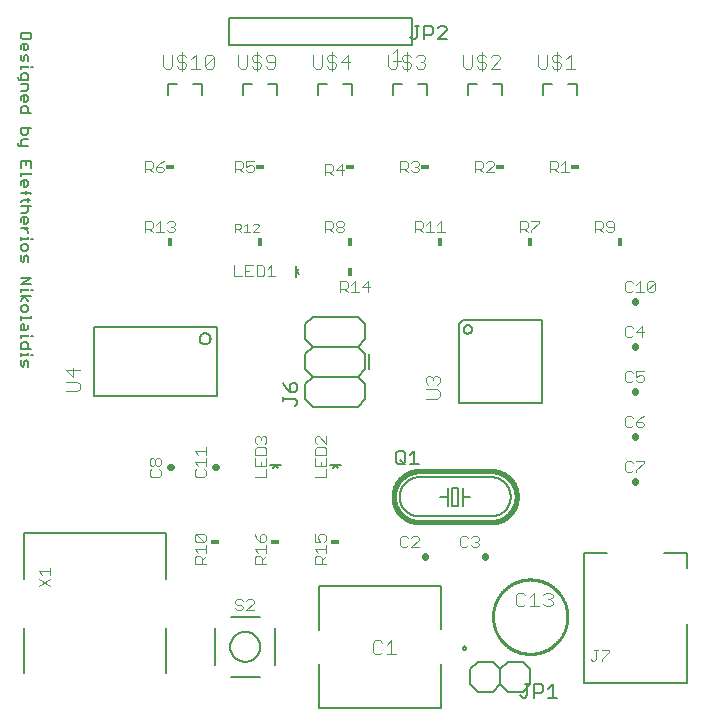
<source format=gto>
G75*
%MOIN*%
%OFA0B0*%
%FSLAX25Y25*%
%IPPOS*%
%LPD*%
%AMOC8*
5,1,8,0,0,1.08239X$1,22.5*
%
%ADD10C,0.00600*%
%ADD11C,0.02200*%
%ADD12C,0.00300*%
%ADD13C,0.01000*%
%ADD14C,0.00400*%
%ADD15C,0.00800*%
%ADD16C,0.00500*%
%ADD17R,0.03000X0.01800*%
%ADD18R,0.01800X0.03000*%
%ADD19C,0.01600*%
%ADD20C,0.00787*%
D10*
X0046028Y0113484D02*
X0046028Y0136516D01*
X0086972Y0136516D01*
X0086972Y0113484D01*
X0046028Y0113484D01*
X0025770Y0127322D02*
X0025203Y0127322D01*
X0024069Y0127322D02*
X0024069Y0127889D01*
X0024069Y0127322D02*
X0021800Y0127322D01*
X0021800Y0127889D02*
X0021800Y0126755D01*
X0021800Y0125433D02*
X0021800Y0123732D01*
X0022367Y0123165D01*
X0022934Y0123732D01*
X0022934Y0124866D01*
X0023501Y0125433D01*
X0024069Y0124866D01*
X0024069Y0123165D01*
X0024069Y0129303D02*
X0024069Y0131005D01*
X0023501Y0131572D01*
X0022367Y0131572D01*
X0021800Y0131005D01*
X0021800Y0129303D01*
X0025203Y0129303D01*
X0025203Y0133460D02*
X0025770Y0133460D01*
X0024069Y0133460D02*
X0021800Y0133460D01*
X0021800Y0134027D02*
X0021800Y0132893D01*
X0024069Y0133460D02*
X0024069Y0134027D01*
X0023501Y0135442D02*
X0021800Y0135442D01*
X0021800Y0137143D01*
X0022367Y0137711D01*
X0022934Y0137143D01*
X0022934Y0135442D01*
X0023501Y0135442D02*
X0024069Y0136009D01*
X0024069Y0137143D01*
X0025203Y0139599D02*
X0021800Y0139599D01*
X0021800Y0140166D02*
X0021800Y0139032D01*
X0022367Y0141581D02*
X0023501Y0141581D01*
X0024069Y0142148D01*
X0024069Y0143282D01*
X0023501Y0143849D01*
X0022367Y0143849D01*
X0021800Y0143282D01*
X0021800Y0142148D01*
X0022367Y0141581D01*
X0025203Y0140166D02*
X0025203Y0139599D01*
X0024069Y0145217D02*
X0022934Y0146918D01*
X0021800Y0145217D01*
X0021800Y0146918D02*
X0025203Y0146918D01*
X0025203Y0148807D02*
X0025770Y0148807D01*
X0024069Y0148807D02*
X0021800Y0148807D01*
X0021800Y0149374D02*
X0021800Y0148240D01*
X0024069Y0148807D02*
X0024069Y0149374D01*
X0025203Y0150788D02*
X0021800Y0150788D01*
X0025203Y0153057D01*
X0021800Y0153057D01*
X0022367Y0158155D02*
X0022934Y0158722D01*
X0022934Y0159856D01*
X0023501Y0160423D01*
X0024069Y0159856D01*
X0024069Y0158155D01*
X0022367Y0158155D02*
X0021800Y0158722D01*
X0021800Y0160423D01*
X0022367Y0161838D02*
X0023501Y0161838D01*
X0024069Y0162405D01*
X0024069Y0163539D01*
X0023501Y0164106D01*
X0022367Y0164106D01*
X0021800Y0163539D01*
X0021800Y0162405D01*
X0022367Y0161838D01*
X0021800Y0165428D02*
X0021800Y0166562D01*
X0021800Y0165995D02*
X0024069Y0165995D01*
X0024069Y0166562D01*
X0025203Y0165995D02*
X0025770Y0165995D01*
X0024069Y0167930D02*
X0024069Y0168497D01*
X0022934Y0169631D01*
X0021800Y0169631D02*
X0024069Y0169631D01*
X0023501Y0171046D02*
X0022934Y0171046D01*
X0022934Y0173314D01*
X0022367Y0173314D02*
X0023501Y0173314D01*
X0024069Y0172747D01*
X0024069Y0171613D01*
X0023501Y0171046D01*
X0021800Y0171613D02*
X0021800Y0172747D01*
X0022367Y0173314D01*
X0021800Y0174729D02*
X0023501Y0174729D01*
X0024069Y0175296D01*
X0024069Y0176430D01*
X0023501Y0176997D01*
X0024069Y0178319D02*
X0024069Y0179453D01*
X0024636Y0178886D02*
X0022367Y0178886D01*
X0021800Y0178319D01*
X0021800Y0176997D02*
X0025203Y0176997D01*
X0025203Y0180774D02*
X0024636Y0181341D01*
X0021800Y0181341D01*
X0023501Y0181908D02*
X0023501Y0180774D01*
X0023501Y0183323D02*
X0022934Y0183323D01*
X0022934Y0185591D01*
X0022367Y0185591D02*
X0023501Y0185591D01*
X0024069Y0185024D01*
X0024069Y0183890D01*
X0023501Y0183323D01*
X0021800Y0183890D02*
X0021800Y0185024D01*
X0022367Y0185591D01*
X0021800Y0186913D02*
X0021800Y0188047D01*
X0021800Y0187480D02*
X0025203Y0187480D01*
X0025203Y0188047D01*
X0025203Y0189461D02*
X0025203Y0191730D01*
X0021800Y0191730D01*
X0021800Y0189461D01*
X0023501Y0190596D02*
X0023501Y0191730D01*
X0024069Y0196828D02*
X0021233Y0196828D01*
X0020666Y0197395D01*
X0020666Y0197962D01*
X0021800Y0198529D02*
X0022367Y0199096D01*
X0024069Y0199096D01*
X0023501Y0200511D02*
X0024069Y0201078D01*
X0024069Y0202779D01*
X0025203Y0202779D02*
X0021800Y0202779D01*
X0021800Y0201078D01*
X0022367Y0200511D01*
X0023501Y0200511D01*
X0021800Y0198529D02*
X0021800Y0196828D01*
X0021800Y0207877D02*
X0021800Y0209579D01*
X0022367Y0210146D01*
X0023501Y0210146D01*
X0024069Y0209579D01*
X0024069Y0207877D01*
X0025203Y0207877D02*
X0021800Y0207877D01*
X0022934Y0211560D02*
X0022934Y0213829D01*
X0022367Y0213829D02*
X0023501Y0213829D01*
X0024069Y0213262D01*
X0024069Y0212127D01*
X0023501Y0211560D01*
X0022934Y0211560D01*
X0021800Y0212127D02*
X0021800Y0213262D01*
X0022367Y0213829D01*
X0021800Y0215243D02*
X0023501Y0215243D01*
X0024069Y0215811D01*
X0024069Y0217512D01*
X0021800Y0217512D01*
X0021800Y0218927D02*
X0021800Y0220628D01*
X0022367Y0221195D01*
X0023501Y0221195D01*
X0024069Y0220628D01*
X0024069Y0218927D01*
X0021233Y0218927D01*
X0020666Y0219494D01*
X0020666Y0220061D01*
X0021800Y0222516D02*
X0021800Y0223651D01*
X0021800Y0223083D02*
X0024069Y0223083D01*
X0024069Y0223651D01*
X0025203Y0223083D02*
X0025770Y0223083D01*
X0024069Y0225065D02*
X0024069Y0226767D01*
X0023501Y0227334D01*
X0022934Y0226767D01*
X0022934Y0225632D01*
X0022367Y0225065D01*
X0021800Y0225632D01*
X0021800Y0227334D01*
X0022934Y0228748D02*
X0022934Y0231017D01*
X0022367Y0231017D02*
X0023501Y0231017D01*
X0024069Y0230450D01*
X0024069Y0229315D01*
X0023501Y0228748D01*
X0022934Y0228748D01*
X0021800Y0229315D02*
X0021800Y0230450D01*
X0022367Y0231017D01*
X0022367Y0232431D02*
X0024636Y0232431D01*
X0025203Y0232999D01*
X0025203Y0234700D01*
X0021800Y0234700D01*
X0021800Y0232999D01*
X0022367Y0232431D01*
X0070900Y0217600D02*
X0070900Y0213819D01*
X0070900Y0217600D02*
X0073911Y0217600D01*
X0078991Y0217600D02*
X0082100Y0217600D01*
X0082100Y0213819D01*
X0095900Y0213819D02*
X0095900Y0217600D01*
X0098911Y0217600D01*
X0103991Y0217600D02*
X0107100Y0217600D01*
X0107100Y0213819D01*
X0120900Y0213819D02*
X0120900Y0217600D01*
X0123911Y0217600D01*
X0128991Y0217600D02*
X0132100Y0217600D01*
X0132100Y0213819D01*
X0145900Y0213819D02*
X0145900Y0217600D01*
X0148911Y0217600D01*
X0153991Y0217600D02*
X0157100Y0217600D01*
X0157100Y0213819D01*
X0170900Y0213819D02*
X0170900Y0217600D01*
X0173911Y0217600D01*
X0178991Y0217600D02*
X0182100Y0217600D01*
X0182100Y0213819D01*
X0195900Y0213819D02*
X0195900Y0217600D01*
X0198911Y0217600D01*
X0203991Y0217600D02*
X0207100Y0217600D01*
X0207100Y0213819D01*
X0195299Y0138799D02*
X0169098Y0138799D01*
X0167701Y0137402D01*
X0167701Y0111201D01*
X0195299Y0111201D01*
X0195299Y0138799D01*
X0169286Y0135800D02*
X0169288Y0135875D01*
X0169294Y0135949D01*
X0169304Y0136023D01*
X0169317Y0136096D01*
X0169335Y0136169D01*
X0169356Y0136240D01*
X0169381Y0136311D01*
X0169410Y0136380D01*
X0169443Y0136447D01*
X0169479Y0136512D01*
X0169518Y0136576D01*
X0169560Y0136637D01*
X0169606Y0136696D01*
X0169655Y0136753D01*
X0169707Y0136806D01*
X0169761Y0136857D01*
X0169818Y0136906D01*
X0169878Y0136950D01*
X0169940Y0136992D01*
X0170004Y0137031D01*
X0170070Y0137066D01*
X0170137Y0137097D01*
X0170207Y0137125D01*
X0170277Y0137149D01*
X0170349Y0137170D01*
X0170422Y0137186D01*
X0170495Y0137199D01*
X0170570Y0137208D01*
X0170644Y0137213D01*
X0170719Y0137214D01*
X0170793Y0137211D01*
X0170868Y0137204D01*
X0170941Y0137193D01*
X0171015Y0137179D01*
X0171087Y0137160D01*
X0171158Y0137138D01*
X0171228Y0137112D01*
X0171297Y0137082D01*
X0171363Y0137049D01*
X0171428Y0137012D01*
X0171491Y0136972D01*
X0171552Y0136928D01*
X0171610Y0136882D01*
X0171666Y0136832D01*
X0171719Y0136780D01*
X0171770Y0136725D01*
X0171817Y0136667D01*
X0171861Y0136607D01*
X0171902Y0136544D01*
X0171940Y0136480D01*
X0171974Y0136414D01*
X0172005Y0136345D01*
X0172032Y0136276D01*
X0172055Y0136205D01*
X0172074Y0136133D01*
X0172090Y0136060D01*
X0172102Y0135986D01*
X0172110Y0135912D01*
X0172114Y0135837D01*
X0172114Y0135763D01*
X0172110Y0135688D01*
X0172102Y0135614D01*
X0172090Y0135540D01*
X0172074Y0135467D01*
X0172055Y0135395D01*
X0172032Y0135324D01*
X0172005Y0135255D01*
X0171974Y0135186D01*
X0171940Y0135120D01*
X0171902Y0135056D01*
X0171861Y0134993D01*
X0171817Y0134933D01*
X0171770Y0134875D01*
X0171719Y0134820D01*
X0171666Y0134768D01*
X0171610Y0134718D01*
X0171552Y0134672D01*
X0171491Y0134628D01*
X0171428Y0134588D01*
X0171363Y0134551D01*
X0171297Y0134518D01*
X0171228Y0134488D01*
X0171158Y0134462D01*
X0171087Y0134440D01*
X0171015Y0134421D01*
X0170941Y0134407D01*
X0170868Y0134396D01*
X0170793Y0134389D01*
X0170719Y0134386D01*
X0170644Y0134387D01*
X0170570Y0134392D01*
X0170495Y0134401D01*
X0170422Y0134414D01*
X0170349Y0134430D01*
X0170277Y0134451D01*
X0170207Y0134475D01*
X0170137Y0134503D01*
X0170070Y0134534D01*
X0170004Y0134569D01*
X0169940Y0134608D01*
X0169878Y0134650D01*
X0169818Y0134694D01*
X0169761Y0134743D01*
X0169707Y0134794D01*
X0169655Y0134847D01*
X0169606Y0134904D01*
X0169560Y0134963D01*
X0169518Y0135024D01*
X0169479Y0135088D01*
X0169443Y0135153D01*
X0169410Y0135220D01*
X0169381Y0135289D01*
X0169356Y0135360D01*
X0169335Y0135431D01*
X0169317Y0135504D01*
X0169304Y0135577D01*
X0169294Y0135651D01*
X0169288Y0135725D01*
X0169286Y0135800D01*
X0178500Y0086500D02*
X0154500Y0086500D01*
X0154340Y0086498D01*
X0154181Y0086492D01*
X0154022Y0086482D01*
X0153863Y0086469D01*
X0153704Y0086451D01*
X0153546Y0086430D01*
X0153389Y0086404D01*
X0153232Y0086375D01*
X0153076Y0086342D01*
X0152921Y0086305D01*
X0152766Y0086265D01*
X0152613Y0086220D01*
X0152461Y0086172D01*
X0152310Y0086120D01*
X0152161Y0086064D01*
X0152013Y0086005D01*
X0151866Y0085942D01*
X0151721Y0085876D01*
X0151578Y0085806D01*
X0151436Y0085732D01*
X0151296Y0085656D01*
X0151158Y0085575D01*
X0151023Y0085492D01*
X0150889Y0085405D01*
X0150757Y0085314D01*
X0150628Y0085221D01*
X0150501Y0085124D01*
X0150376Y0085025D01*
X0150254Y0084922D01*
X0150135Y0084816D01*
X0150018Y0084708D01*
X0149904Y0084596D01*
X0149792Y0084482D01*
X0149684Y0084365D01*
X0149578Y0084246D01*
X0149475Y0084124D01*
X0149376Y0083999D01*
X0149279Y0083872D01*
X0149186Y0083743D01*
X0149095Y0083611D01*
X0149008Y0083477D01*
X0148925Y0083342D01*
X0148844Y0083204D01*
X0148768Y0083064D01*
X0148694Y0082922D01*
X0148624Y0082779D01*
X0148558Y0082634D01*
X0148495Y0082487D01*
X0148436Y0082339D01*
X0148380Y0082190D01*
X0148328Y0082039D01*
X0148280Y0081887D01*
X0148235Y0081734D01*
X0148195Y0081579D01*
X0148158Y0081424D01*
X0148125Y0081268D01*
X0148096Y0081111D01*
X0148070Y0080954D01*
X0148049Y0080796D01*
X0148031Y0080637D01*
X0148018Y0080478D01*
X0148008Y0080319D01*
X0148002Y0080160D01*
X0148000Y0080000D01*
X0148002Y0079840D01*
X0148008Y0079681D01*
X0148018Y0079522D01*
X0148031Y0079363D01*
X0148049Y0079204D01*
X0148070Y0079046D01*
X0148096Y0078889D01*
X0148125Y0078732D01*
X0148158Y0078576D01*
X0148195Y0078421D01*
X0148235Y0078266D01*
X0148280Y0078113D01*
X0148328Y0077961D01*
X0148380Y0077810D01*
X0148436Y0077661D01*
X0148495Y0077513D01*
X0148558Y0077366D01*
X0148624Y0077221D01*
X0148694Y0077078D01*
X0148768Y0076936D01*
X0148844Y0076796D01*
X0148925Y0076658D01*
X0149008Y0076523D01*
X0149095Y0076389D01*
X0149186Y0076257D01*
X0149279Y0076128D01*
X0149376Y0076001D01*
X0149475Y0075876D01*
X0149578Y0075754D01*
X0149684Y0075635D01*
X0149792Y0075518D01*
X0149904Y0075404D01*
X0150018Y0075292D01*
X0150135Y0075184D01*
X0150254Y0075078D01*
X0150376Y0074975D01*
X0150501Y0074876D01*
X0150628Y0074779D01*
X0150757Y0074686D01*
X0150889Y0074595D01*
X0151023Y0074508D01*
X0151158Y0074425D01*
X0151296Y0074344D01*
X0151436Y0074268D01*
X0151578Y0074194D01*
X0151721Y0074124D01*
X0151866Y0074058D01*
X0152013Y0073995D01*
X0152161Y0073936D01*
X0152310Y0073880D01*
X0152461Y0073828D01*
X0152613Y0073780D01*
X0152766Y0073735D01*
X0152921Y0073695D01*
X0153076Y0073658D01*
X0153232Y0073625D01*
X0153389Y0073596D01*
X0153546Y0073570D01*
X0153704Y0073549D01*
X0153863Y0073531D01*
X0154022Y0073518D01*
X0154181Y0073508D01*
X0154340Y0073502D01*
X0154500Y0073500D01*
X0178500Y0073500D01*
X0178660Y0073502D01*
X0178819Y0073508D01*
X0178978Y0073518D01*
X0179137Y0073531D01*
X0179296Y0073549D01*
X0179454Y0073570D01*
X0179611Y0073596D01*
X0179768Y0073625D01*
X0179924Y0073658D01*
X0180079Y0073695D01*
X0180234Y0073735D01*
X0180387Y0073780D01*
X0180539Y0073828D01*
X0180690Y0073880D01*
X0180839Y0073936D01*
X0180987Y0073995D01*
X0181134Y0074058D01*
X0181279Y0074124D01*
X0181422Y0074194D01*
X0181564Y0074268D01*
X0181704Y0074344D01*
X0181842Y0074425D01*
X0181977Y0074508D01*
X0182111Y0074595D01*
X0182243Y0074686D01*
X0182372Y0074779D01*
X0182499Y0074876D01*
X0182624Y0074975D01*
X0182746Y0075078D01*
X0182865Y0075184D01*
X0182982Y0075292D01*
X0183096Y0075404D01*
X0183208Y0075518D01*
X0183316Y0075635D01*
X0183422Y0075754D01*
X0183525Y0075876D01*
X0183624Y0076001D01*
X0183721Y0076128D01*
X0183814Y0076257D01*
X0183905Y0076389D01*
X0183992Y0076523D01*
X0184075Y0076658D01*
X0184156Y0076796D01*
X0184232Y0076936D01*
X0184306Y0077078D01*
X0184376Y0077221D01*
X0184442Y0077366D01*
X0184505Y0077513D01*
X0184564Y0077661D01*
X0184620Y0077810D01*
X0184672Y0077961D01*
X0184720Y0078113D01*
X0184765Y0078266D01*
X0184805Y0078421D01*
X0184842Y0078576D01*
X0184875Y0078732D01*
X0184904Y0078889D01*
X0184930Y0079046D01*
X0184951Y0079204D01*
X0184969Y0079363D01*
X0184982Y0079522D01*
X0184992Y0079681D01*
X0184998Y0079840D01*
X0185000Y0080000D01*
X0184998Y0080160D01*
X0184992Y0080319D01*
X0184982Y0080478D01*
X0184969Y0080637D01*
X0184951Y0080796D01*
X0184930Y0080954D01*
X0184904Y0081111D01*
X0184875Y0081268D01*
X0184842Y0081424D01*
X0184805Y0081579D01*
X0184765Y0081734D01*
X0184720Y0081887D01*
X0184672Y0082039D01*
X0184620Y0082190D01*
X0184564Y0082339D01*
X0184505Y0082487D01*
X0184442Y0082634D01*
X0184376Y0082779D01*
X0184306Y0082922D01*
X0184232Y0083064D01*
X0184156Y0083204D01*
X0184075Y0083342D01*
X0183992Y0083477D01*
X0183905Y0083611D01*
X0183814Y0083743D01*
X0183721Y0083872D01*
X0183624Y0083999D01*
X0183525Y0084124D01*
X0183422Y0084246D01*
X0183316Y0084365D01*
X0183208Y0084482D01*
X0183096Y0084596D01*
X0182982Y0084708D01*
X0182865Y0084816D01*
X0182746Y0084922D01*
X0182624Y0085025D01*
X0182499Y0085124D01*
X0182372Y0085221D01*
X0182243Y0085314D01*
X0182111Y0085405D01*
X0181977Y0085492D01*
X0181842Y0085575D01*
X0181704Y0085656D01*
X0181564Y0085732D01*
X0181422Y0085806D01*
X0181279Y0085876D01*
X0181134Y0085942D01*
X0180987Y0086005D01*
X0180839Y0086064D01*
X0180690Y0086120D01*
X0180539Y0086172D01*
X0180387Y0086220D01*
X0180234Y0086265D01*
X0180079Y0086305D01*
X0179924Y0086342D01*
X0179768Y0086375D01*
X0179611Y0086404D01*
X0179454Y0086430D01*
X0179296Y0086451D01*
X0179137Y0086469D01*
X0178978Y0086482D01*
X0178819Y0086492D01*
X0178660Y0086498D01*
X0178500Y0086500D01*
X0171500Y0080000D02*
X0169000Y0080000D01*
X0169000Y0077000D01*
X0167500Y0077000D02*
X0165500Y0077000D01*
X0165500Y0083000D01*
X0167500Y0083000D01*
X0167500Y0077000D01*
X0169000Y0080000D02*
X0169000Y0083000D01*
X0164000Y0083000D02*
X0164000Y0080000D01*
X0161500Y0080000D01*
X0164000Y0080000D02*
X0164000Y0077000D01*
X0174000Y0025000D02*
X0179000Y0025000D01*
X0181500Y0022500D01*
X0184000Y0025000D01*
X0189000Y0025000D01*
X0191500Y0022500D01*
X0191500Y0017500D01*
X0189000Y0015000D01*
X0184000Y0015000D01*
X0181500Y0017500D01*
X0179000Y0015000D01*
X0174000Y0015000D01*
X0171500Y0017500D01*
X0171500Y0022500D01*
X0174000Y0025000D01*
X0181500Y0022500D02*
X0181500Y0017500D01*
X0081325Y0132677D02*
X0081327Y0132762D01*
X0081333Y0132846D01*
X0081343Y0132931D01*
X0081357Y0133014D01*
X0081374Y0133097D01*
X0081396Y0133179D01*
X0081422Y0133260D01*
X0081451Y0133340D01*
X0081484Y0133418D01*
X0081520Y0133494D01*
X0081560Y0133569D01*
X0081604Y0133642D01*
X0081651Y0133713D01*
X0081701Y0133781D01*
X0081754Y0133847D01*
X0081811Y0133910D01*
X0081870Y0133971D01*
X0081932Y0134029D01*
X0081997Y0134084D01*
X0082064Y0134136D01*
X0082133Y0134184D01*
X0082205Y0134229D01*
X0082279Y0134271D01*
X0082355Y0134309D01*
X0082432Y0134344D01*
X0082511Y0134375D01*
X0082591Y0134403D01*
X0082673Y0134426D01*
X0082755Y0134446D01*
X0082838Y0134462D01*
X0082922Y0134474D01*
X0083007Y0134482D01*
X0083092Y0134486D01*
X0083176Y0134486D01*
X0083261Y0134482D01*
X0083346Y0134474D01*
X0083430Y0134462D01*
X0083513Y0134446D01*
X0083595Y0134426D01*
X0083677Y0134403D01*
X0083757Y0134375D01*
X0083836Y0134344D01*
X0083913Y0134309D01*
X0083989Y0134271D01*
X0084063Y0134229D01*
X0084135Y0134184D01*
X0084204Y0134136D01*
X0084271Y0134084D01*
X0084336Y0134029D01*
X0084398Y0133971D01*
X0084457Y0133910D01*
X0084514Y0133847D01*
X0084567Y0133781D01*
X0084617Y0133713D01*
X0084664Y0133642D01*
X0084708Y0133569D01*
X0084748Y0133494D01*
X0084784Y0133418D01*
X0084817Y0133340D01*
X0084846Y0133260D01*
X0084872Y0133179D01*
X0084894Y0133097D01*
X0084911Y0133014D01*
X0084925Y0132931D01*
X0084935Y0132846D01*
X0084941Y0132762D01*
X0084943Y0132677D01*
X0084941Y0132592D01*
X0084935Y0132508D01*
X0084925Y0132423D01*
X0084911Y0132340D01*
X0084894Y0132257D01*
X0084872Y0132175D01*
X0084846Y0132094D01*
X0084817Y0132014D01*
X0084784Y0131936D01*
X0084748Y0131860D01*
X0084708Y0131785D01*
X0084664Y0131712D01*
X0084617Y0131641D01*
X0084567Y0131573D01*
X0084514Y0131507D01*
X0084457Y0131444D01*
X0084398Y0131383D01*
X0084336Y0131325D01*
X0084271Y0131270D01*
X0084204Y0131218D01*
X0084135Y0131170D01*
X0084063Y0131125D01*
X0083989Y0131083D01*
X0083913Y0131045D01*
X0083836Y0131010D01*
X0083757Y0130979D01*
X0083677Y0130951D01*
X0083595Y0130928D01*
X0083513Y0130908D01*
X0083430Y0130892D01*
X0083346Y0130880D01*
X0083261Y0130872D01*
X0083176Y0130868D01*
X0083092Y0130868D01*
X0083007Y0130872D01*
X0082922Y0130880D01*
X0082838Y0130892D01*
X0082755Y0130908D01*
X0082673Y0130928D01*
X0082591Y0130951D01*
X0082511Y0130979D01*
X0082432Y0131010D01*
X0082355Y0131045D01*
X0082279Y0131083D01*
X0082205Y0131125D01*
X0082133Y0131170D01*
X0082064Y0131218D01*
X0081997Y0131270D01*
X0081932Y0131325D01*
X0081870Y0131383D01*
X0081811Y0131444D01*
X0081754Y0131507D01*
X0081701Y0131573D01*
X0081651Y0131641D01*
X0081604Y0131712D01*
X0081560Y0131785D01*
X0081520Y0131860D01*
X0081484Y0131936D01*
X0081451Y0132014D01*
X0081422Y0132094D01*
X0081396Y0132175D01*
X0081374Y0132257D01*
X0081357Y0132340D01*
X0081343Y0132423D01*
X0081333Y0132508D01*
X0081327Y0132592D01*
X0081325Y0132677D01*
D11*
X0086380Y0090000D02*
X0086620Y0090000D01*
X0071620Y0090000D02*
X0071380Y0090000D01*
X0156500Y0060120D02*
X0156500Y0059880D01*
X0176500Y0059880D02*
X0176500Y0060120D01*
X0226500Y0084880D02*
X0226500Y0085120D01*
X0226500Y0099880D02*
X0226500Y0100120D01*
X0226500Y0114880D02*
X0226500Y0115120D01*
X0226500Y0129880D02*
X0226500Y0130120D01*
X0226500Y0144880D02*
X0226500Y0145120D01*
D12*
X0226833Y0148150D02*
X0229302Y0148150D01*
X0228068Y0148150D02*
X0228068Y0151853D01*
X0226833Y0150619D01*
X0225619Y0151236D02*
X0225002Y0151853D01*
X0223767Y0151853D01*
X0223150Y0151236D01*
X0223150Y0148767D01*
X0223767Y0148150D01*
X0225002Y0148150D01*
X0225619Y0148767D01*
X0230516Y0148767D02*
X0232985Y0151236D01*
X0232985Y0148767D01*
X0232368Y0148150D01*
X0231133Y0148150D01*
X0230516Y0148767D01*
X0230516Y0151236D01*
X0231133Y0151853D01*
X0232368Y0151853D01*
X0232985Y0151236D01*
X0228685Y0136853D02*
X0226833Y0135002D01*
X0229302Y0135002D01*
X0228685Y0136853D02*
X0228685Y0133150D01*
X0225619Y0133767D02*
X0225002Y0133150D01*
X0223767Y0133150D01*
X0223150Y0133767D01*
X0223150Y0136236D01*
X0223767Y0136853D01*
X0225002Y0136853D01*
X0225619Y0136236D01*
X0225002Y0121853D02*
X0223767Y0121853D01*
X0223150Y0121236D01*
X0223150Y0118767D01*
X0223767Y0118150D01*
X0225002Y0118150D01*
X0225619Y0118767D01*
X0226833Y0118767D02*
X0227450Y0118150D01*
X0228685Y0118150D01*
X0229302Y0118767D01*
X0229302Y0120002D01*
X0228685Y0120619D01*
X0228068Y0120619D01*
X0226833Y0120002D01*
X0226833Y0121853D01*
X0229302Y0121853D01*
X0225619Y0121236D02*
X0225002Y0121853D01*
X0225002Y0106853D02*
X0223767Y0106853D01*
X0223150Y0106236D01*
X0223150Y0103767D01*
X0223767Y0103150D01*
X0225002Y0103150D01*
X0225619Y0103767D01*
X0226833Y0103767D02*
X0227450Y0103150D01*
X0228685Y0103150D01*
X0229302Y0103767D01*
X0229302Y0104384D01*
X0228685Y0105002D01*
X0226833Y0105002D01*
X0226833Y0103767D01*
X0226833Y0105002D02*
X0228068Y0106236D01*
X0229302Y0106853D01*
X0225619Y0106236D02*
X0225002Y0106853D01*
X0225002Y0091853D02*
X0223767Y0091853D01*
X0223150Y0091236D01*
X0223150Y0088767D01*
X0223767Y0088150D01*
X0225002Y0088150D01*
X0225619Y0088767D01*
X0226833Y0088767D02*
X0226833Y0088150D01*
X0226833Y0088767D02*
X0229302Y0091236D01*
X0229302Y0091853D01*
X0226833Y0091853D01*
X0225619Y0091236D02*
X0225002Y0091853D01*
X0174302Y0066236D02*
X0174302Y0065619D01*
X0173685Y0065002D01*
X0174302Y0064384D01*
X0174302Y0063767D01*
X0173685Y0063150D01*
X0172450Y0063150D01*
X0171833Y0063767D01*
X0170619Y0063767D02*
X0170002Y0063150D01*
X0168767Y0063150D01*
X0168150Y0063767D01*
X0168150Y0066236D01*
X0168767Y0066853D01*
X0170002Y0066853D01*
X0170619Y0066236D01*
X0171833Y0066236D02*
X0172450Y0066853D01*
X0173685Y0066853D01*
X0174302Y0066236D01*
X0173685Y0065002D02*
X0173068Y0065002D01*
X0154302Y0065619D02*
X0154302Y0066236D01*
X0153685Y0066853D01*
X0152450Y0066853D01*
X0151833Y0066236D01*
X0150619Y0066236D02*
X0150002Y0066853D01*
X0148767Y0066853D01*
X0148150Y0066236D01*
X0148150Y0063767D01*
X0148767Y0063150D01*
X0150002Y0063150D01*
X0150619Y0063767D01*
X0151833Y0063150D02*
X0154302Y0065619D01*
X0154302Y0063150D02*
X0151833Y0063150D01*
X0123350Y0063752D02*
X0123350Y0061284D01*
X0123350Y0060069D02*
X0122116Y0058835D01*
X0122116Y0059452D02*
X0122116Y0057601D01*
X0123350Y0057601D02*
X0119647Y0057601D01*
X0119647Y0059452D01*
X0120264Y0060069D01*
X0121498Y0060069D01*
X0122116Y0059452D01*
X0120881Y0061284D02*
X0119647Y0062518D01*
X0123350Y0062518D01*
X0122733Y0064967D02*
X0123350Y0065584D01*
X0123350Y0066818D01*
X0122733Y0067436D01*
X0121498Y0067436D01*
X0120881Y0066818D01*
X0120881Y0066201D01*
X0121498Y0064967D01*
X0119647Y0064967D01*
X0119647Y0067436D01*
X0103350Y0066818D02*
X0103350Y0065584D01*
X0102733Y0064967D01*
X0101498Y0064967D01*
X0101498Y0066818D01*
X0102116Y0067436D01*
X0102733Y0067436D01*
X0103350Y0066818D01*
X0101498Y0064967D02*
X0100264Y0066201D01*
X0099647Y0067436D01*
X0103350Y0063752D02*
X0103350Y0061284D01*
X0103350Y0060069D02*
X0102116Y0058835D01*
X0102116Y0059452D02*
X0102116Y0057601D01*
X0103350Y0057601D02*
X0099647Y0057601D01*
X0099647Y0059452D01*
X0100264Y0060069D01*
X0101498Y0060069D01*
X0102116Y0059452D01*
X0100881Y0061284D02*
X0099647Y0062518D01*
X0103350Y0062518D01*
X0098685Y0045853D02*
X0097450Y0045853D01*
X0096833Y0045236D01*
X0095619Y0045236D02*
X0095002Y0045853D01*
X0093767Y0045853D01*
X0093150Y0045236D01*
X0093150Y0044619D01*
X0093767Y0044002D01*
X0095002Y0044002D01*
X0095619Y0043384D01*
X0095619Y0042767D01*
X0095002Y0042150D01*
X0093767Y0042150D01*
X0093150Y0042767D01*
X0096833Y0042150D02*
X0099302Y0044619D01*
X0099302Y0045236D01*
X0098685Y0045853D01*
X0099302Y0042150D02*
X0096833Y0042150D01*
X0083350Y0057601D02*
X0079647Y0057601D01*
X0079647Y0059452D01*
X0080264Y0060069D01*
X0081498Y0060069D01*
X0082116Y0059452D01*
X0082116Y0057601D01*
X0082116Y0058835D02*
X0083350Y0060069D01*
X0083350Y0061284D02*
X0083350Y0063752D01*
X0083350Y0062518D02*
X0079647Y0062518D01*
X0080881Y0061284D01*
X0080264Y0064967D02*
X0079647Y0065584D01*
X0079647Y0066818D01*
X0080264Y0067436D01*
X0082733Y0064967D01*
X0083350Y0065584D01*
X0083350Y0066818D01*
X0082733Y0067436D01*
X0080264Y0067436D01*
X0080264Y0064967D02*
X0082733Y0064967D01*
X0082733Y0086650D02*
X0080264Y0086650D01*
X0079647Y0087267D01*
X0079647Y0088502D01*
X0080264Y0089119D01*
X0080881Y0090333D02*
X0079647Y0091568D01*
X0083350Y0091568D01*
X0083350Y0092802D02*
X0083350Y0090333D01*
X0082733Y0089119D02*
X0083350Y0088502D01*
X0083350Y0087267D01*
X0082733Y0086650D01*
X0083350Y0094016D02*
X0083350Y0096485D01*
X0083350Y0095251D02*
X0079647Y0095251D01*
X0080881Y0094016D01*
X0068350Y0092185D02*
X0068350Y0090950D01*
X0067733Y0090333D01*
X0067116Y0090333D01*
X0066498Y0090950D01*
X0066498Y0092185D01*
X0067116Y0092802D01*
X0067733Y0092802D01*
X0068350Y0092185D01*
X0066498Y0092185D02*
X0065881Y0092802D01*
X0065264Y0092802D01*
X0064647Y0092185D01*
X0064647Y0090950D01*
X0065264Y0090333D01*
X0065881Y0090333D01*
X0066498Y0090950D01*
X0065264Y0089119D02*
X0064647Y0088502D01*
X0064647Y0087267D01*
X0065264Y0086650D01*
X0067733Y0086650D01*
X0068350Y0087267D01*
X0068350Y0088502D01*
X0067733Y0089119D01*
X0099897Y0090333D02*
X0103600Y0090333D01*
X0103600Y0092802D01*
X0103600Y0094016D02*
X0103600Y0095868D01*
X0102983Y0096485D01*
X0100514Y0096485D01*
X0099897Y0095868D01*
X0099897Y0094016D01*
X0103600Y0094016D01*
X0101748Y0091568D02*
X0101748Y0090333D01*
X0099897Y0090333D02*
X0099897Y0092802D01*
X0100514Y0097699D02*
X0099897Y0098317D01*
X0099897Y0099551D01*
X0100514Y0100168D01*
X0101131Y0100168D01*
X0101748Y0099551D01*
X0102366Y0100168D01*
X0102983Y0100168D01*
X0103600Y0099551D01*
X0103600Y0098317D01*
X0102983Y0097699D01*
X0101748Y0098934D02*
X0101748Y0099551D01*
X0103600Y0089119D02*
X0103600Y0086650D01*
X0099897Y0086650D01*
X0119897Y0086650D02*
X0123600Y0086650D01*
X0123600Y0089119D01*
X0123600Y0090333D02*
X0123600Y0092802D01*
X0123600Y0094016D02*
X0123600Y0095868D01*
X0122983Y0096485D01*
X0120514Y0096485D01*
X0119897Y0095868D01*
X0119897Y0094016D01*
X0123600Y0094016D01*
X0121748Y0091568D02*
X0121748Y0090333D01*
X0119897Y0090333D02*
X0119897Y0092802D01*
X0119897Y0090333D02*
X0123600Y0090333D01*
X0123600Y0097699D02*
X0121131Y0100168D01*
X0120514Y0100168D01*
X0119897Y0099551D01*
X0119897Y0098317D01*
X0120514Y0097699D01*
X0123600Y0097699D02*
X0123600Y0100168D01*
X0128150Y0148150D02*
X0128150Y0151853D01*
X0130002Y0151853D01*
X0130619Y0151236D01*
X0130619Y0150002D01*
X0130002Y0149384D01*
X0128150Y0149384D01*
X0129384Y0149384D02*
X0130619Y0148150D01*
X0131833Y0148150D02*
X0134302Y0148150D01*
X0133068Y0148150D02*
X0133068Y0151853D01*
X0131833Y0150619D01*
X0135516Y0150002D02*
X0137985Y0150002D01*
X0137368Y0151853D02*
X0137368Y0148150D01*
X0135516Y0150002D02*
X0137368Y0151853D01*
X0128685Y0168150D02*
X0127450Y0168150D01*
X0126833Y0168767D01*
X0126833Y0169384D01*
X0127450Y0170002D01*
X0128685Y0170002D01*
X0129302Y0169384D01*
X0129302Y0168767D01*
X0128685Y0168150D01*
X0128685Y0170002D02*
X0129302Y0170619D01*
X0129302Y0171236D01*
X0128685Y0171853D01*
X0127450Y0171853D01*
X0126833Y0171236D01*
X0126833Y0170619D01*
X0127450Y0170002D01*
X0125619Y0170002D02*
X0125619Y0171236D01*
X0125002Y0171853D01*
X0123150Y0171853D01*
X0123150Y0168150D01*
X0123150Y0169384D02*
X0125002Y0169384D01*
X0125619Y0170002D01*
X0124384Y0169384D02*
X0125619Y0168150D01*
X0125619Y0187150D02*
X0124384Y0188384D01*
X0125002Y0188384D02*
X0123150Y0188384D01*
X0123150Y0187150D02*
X0123150Y0190853D01*
X0125002Y0190853D01*
X0125619Y0190236D01*
X0125619Y0189002D01*
X0125002Y0188384D01*
X0126833Y0189002D02*
X0129302Y0189002D01*
X0128685Y0190853D02*
X0126833Y0189002D01*
X0128685Y0190853D02*
X0128685Y0187150D01*
X0148150Y0188150D02*
X0148150Y0191853D01*
X0150002Y0191853D01*
X0150619Y0191236D01*
X0150619Y0190002D01*
X0150002Y0189384D01*
X0148150Y0189384D01*
X0149384Y0189384D02*
X0150619Y0188150D01*
X0151833Y0188767D02*
X0152450Y0188150D01*
X0153685Y0188150D01*
X0154302Y0188767D01*
X0154302Y0189384D01*
X0153685Y0190002D01*
X0153068Y0190002D01*
X0153685Y0190002D02*
X0154302Y0190619D01*
X0154302Y0191236D01*
X0153685Y0191853D01*
X0152450Y0191853D01*
X0151833Y0191236D01*
X0153150Y0171853D02*
X0155002Y0171853D01*
X0155619Y0171236D01*
X0155619Y0170002D01*
X0155002Y0169384D01*
X0153150Y0169384D01*
X0153150Y0168150D02*
X0153150Y0171853D01*
X0154384Y0169384D02*
X0155619Y0168150D01*
X0156833Y0168150D02*
X0159302Y0168150D01*
X0160516Y0168150D02*
X0162985Y0168150D01*
X0161751Y0168150D02*
X0161751Y0171853D01*
X0160516Y0170619D01*
X0158068Y0171853D02*
X0158068Y0168150D01*
X0156833Y0170619D02*
X0158068Y0171853D01*
X0173150Y0188150D02*
X0173150Y0191853D01*
X0175002Y0191853D01*
X0175619Y0191236D01*
X0175619Y0190002D01*
X0175002Y0189384D01*
X0173150Y0189384D01*
X0174384Y0189384D02*
X0175619Y0188150D01*
X0176833Y0188150D02*
X0179302Y0190619D01*
X0179302Y0191236D01*
X0178685Y0191853D01*
X0177450Y0191853D01*
X0176833Y0191236D01*
X0176833Y0188150D02*
X0179302Y0188150D01*
X0188150Y0171853D02*
X0190002Y0171853D01*
X0190619Y0171236D01*
X0190619Y0170002D01*
X0190002Y0169384D01*
X0188150Y0169384D01*
X0188150Y0168150D02*
X0188150Y0171853D01*
X0189384Y0169384D02*
X0190619Y0168150D01*
X0191833Y0168150D02*
X0191833Y0168767D01*
X0194302Y0171236D01*
X0194302Y0171853D01*
X0191833Y0171853D01*
X0198150Y0188150D02*
X0198150Y0191853D01*
X0200002Y0191853D01*
X0200619Y0191236D01*
X0200619Y0190002D01*
X0200002Y0189384D01*
X0198150Y0189384D01*
X0199384Y0189384D02*
X0200619Y0188150D01*
X0201833Y0188150D02*
X0204302Y0188150D01*
X0203068Y0188150D02*
X0203068Y0191853D01*
X0201833Y0190619D01*
X0213150Y0171853D02*
X0215002Y0171853D01*
X0215619Y0171236D01*
X0215619Y0170002D01*
X0215002Y0169384D01*
X0213150Y0169384D01*
X0213150Y0168150D02*
X0213150Y0171853D01*
X0214384Y0169384D02*
X0215619Y0168150D01*
X0216833Y0168767D02*
X0217450Y0168150D01*
X0218685Y0168150D01*
X0219302Y0168767D01*
X0219302Y0171236D01*
X0218685Y0171853D01*
X0217450Y0171853D01*
X0216833Y0171236D01*
X0216833Y0170619D01*
X0217450Y0170002D01*
X0219302Y0170002D01*
X0148324Y0225315D02*
X0145634Y0225315D01*
X0146979Y0225315D02*
X0146979Y0229350D01*
X0145634Y0228005D01*
X0099302Y0191853D02*
X0096833Y0191853D01*
X0096833Y0190002D01*
X0098068Y0190619D01*
X0098685Y0190619D01*
X0099302Y0190002D01*
X0099302Y0188767D01*
X0098685Y0188150D01*
X0097450Y0188150D01*
X0096833Y0188767D01*
X0095619Y0188150D02*
X0094384Y0189384D01*
X0095002Y0189384D02*
X0093150Y0189384D01*
X0093150Y0188150D02*
X0093150Y0191853D01*
X0095002Y0191853D01*
X0095619Y0191236D01*
X0095619Y0190002D01*
X0095002Y0189384D01*
X0094601Y0171052D02*
X0093150Y0171052D01*
X0093150Y0168150D01*
X0093150Y0169117D02*
X0094601Y0169117D01*
X0095085Y0169601D01*
X0095085Y0170569D01*
X0094601Y0171052D01*
X0096097Y0170085D02*
X0097064Y0171052D01*
X0097064Y0168150D01*
X0096097Y0168150D02*
X0098031Y0168150D01*
X0099043Y0168150D02*
X0100978Y0170085D01*
X0100978Y0170569D01*
X0100494Y0171052D01*
X0099527Y0171052D01*
X0099043Y0170569D01*
X0099043Y0168150D02*
X0100978Y0168150D01*
X0095085Y0168150D02*
X0094117Y0169117D01*
X0092917Y0157103D02*
X0092917Y0153400D01*
X0095386Y0153400D01*
X0096601Y0153400D02*
X0096601Y0157103D01*
X0099069Y0157103D01*
X0100284Y0157103D02*
X0100284Y0153400D01*
X0102135Y0153400D01*
X0102752Y0154017D01*
X0102752Y0156486D01*
X0102135Y0157103D01*
X0100284Y0157103D01*
X0097835Y0155252D02*
X0096601Y0155252D01*
X0096601Y0153400D02*
X0099069Y0153400D01*
X0103967Y0153400D02*
X0106436Y0153400D01*
X0105201Y0153400D02*
X0105201Y0157103D01*
X0103967Y0155869D01*
X0072985Y0168767D02*
X0072368Y0168150D01*
X0071133Y0168150D01*
X0070516Y0168767D01*
X0069302Y0168150D02*
X0066833Y0168150D01*
X0065619Y0168150D02*
X0064384Y0169384D01*
X0065002Y0169384D02*
X0063150Y0169384D01*
X0063150Y0168150D02*
X0063150Y0171853D01*
X0065002Y0171853D01*
X0065619Y0171236D01*
X0065619Y0170002D01*
X0065002Y0169384D01*
X0066833Y0170619D02*
X0068068Y0171853D01*
X0068068Y0168150D01*
X0070516Y0171236D02*
X0071133Y0171853D01*
X0072368Y0171853D01*
X0072985Y0171236D01*
X0072985Y0170619D01*
X0072368Y0170002D01*
X0072985Y0169384D01*
X0072985Y0168767D01*
X0072368Y0170002D02*
X0071751Y0170002D01*
X0068685Y0188150D02*
X0069302Y0188767D01*
X0069302Y0189384D01*
X0068685Y0190002D01*
X0066833Y0190002D01*
X0066833Y0188767D01*
X0067450Y0188150D01*
X0068685Y0188150D01*
X0066833Y0190002D02*
X0068068Y0191236D01*
X0069302Y0191853D01*
X0065619Y0191236D02*
X0065619Y0190002D01*
X0065002Y0189384D01*
X0063150Y0189384D01*
X0063150Y0188150D02*
X0063150Y0191853D01*
X0065002Y0191853D01*
X0065619Y0191236D01*
X0064384Y0189384D02*
X0065619Y0188150D01*
X0031350Y0056302D02*
X0031350Y0053833D01*
X0031350Y0052619D02*
X0027647Y0050150D01*
X0027647Y0052619D02*
X0031350Y0050150D01*
X0028881Y0053833D02*
X0027647Y0055068D01*
X0031350Y0055068D01*
X0211650Y0025767D02*
X0212267Y0025150D01*
X0212884Y0025150D01*
X0213502Y0025767D01*
X0213502Y0028853D01*
X0214119Y0028853D02*
X0212884Y0028853D01*
X0215333Y0028853D02*
X0217802Y0028853D01*
X0217802Y0028236D01*
X0215333Y0025767D01*
X0215333Y0025150D01*
D13*
X0179098Y0040000D02*
X0179102Y0040304D01*
X0179113Y0040609D01*
X0179132Y0040912D01*
X0179158Y0041216D01*
X0179191Y0041518D01*
X0179232Y0041820D01*
X0179281Y0042120D01*
X0179336Y0042420D01*
X0179399Y0042717D01*
X0179470Y0043013D01*
X0179547Y0043308D01*
X0179632Y0043600D01*
X0179724Y0043890D01*
X0179823Y0044178D01*
X0179929Y0044463D01*
X0180042Y0044746D01*
X0180162Y0045026D01*
X0180289Y0045303D01*
X0180422Y0045576D01*
X0180562Y0045846D01*
X0180709Y0046113D01*
X0180862Y0046376D01*
X0181022Y0046635D01*
X0181188Y0046890D01*
X0181360Y0047141D01*
X0181539Y0047388D01*
X0181723Y0047630D01*
X0181913Y0047868D01*
X0182109Y0048101D01*
X0182311Y0048329D01*
X0182518Y0048552D01*
X0182730Y0048770D01*
X0182948Y0048982D01*
X0183171Y0049189D01*
X0183399Y0049391D01*
X0183632Y0049587D01*
X0183870Y0049777D01*
X0184112Y0049961D01*
X0184359Y0050140D01*
X0184610Y0050312D01*
X0184865Y0050478D01*
X0185124Y0050638D01*
X0185387Y0050791D01*
X0185654Y0050938D01*
X0185924Y0051078D01*
X0186197Y0051211D01*
X0186474Y0051338D01*
X0186754Y0051458D01*
X0187037Y0051571D01*
X0187322Y0051677D01*
X0187610Y0051776D01*
X0187900Y0051868D01*
X0188192Y0051953D01*
X0188487Y0052030D01*
X0188783Y0052101D01*
X0189080Y0052164D01*
X0189380Y0052219D01*
X0189680Y0052268D01*
X0189982Y0052309D01*
X0190284Y0052342D01*
X0190588Y0052368D01*
X0190891Y0052387D01*
X0191196Y0052398D01*
X0191500Y0052402D01*
X0191804Y0052398D01*
X0192109Y0052387D01*
X0192412Y0052368D01*
X0192716Y0052342D01*
X0193018Y0052309D01*
X0193320Y0052268D01*
X0193620Y0052219D01*
X0193920Y0052164D01*
X0194217Y0052101D01*
X0194513Y0052030D01*
X0194808Y0051953D01*
X0195100Y0051868D01*
X0195390Y0051776D01*
X0195678Y0051677D01*
X0195963Y0051571D01*
X0196246Y0051458D01*
X0196526Y0051338D01*
X0196803Y0051211D01*
X0197076Y0051078D01*
X0197346Y0050938D01*
X0197613Y0050791D01*
X0197876Y0050638D01*
X0198135Y0050478D01*
X0198390Y0050312D01*
X0198641Y0050140D01*
X0198888Y0049961D01*
X0199130Y0049777D01*
X0199368Y0049587D01*
X0199601Y0049391D01*
X0199829Y0049189D01*
X0200052Y0048982D01*
X0200270Y0048770D01*
X0200482Y0048552D01*
X0200689Y0048329D01*
X0200891Y0048101D01*
X0201087Y0047868D01*
X0201277Y0047630D01*
X0201461Y0047388D01*
X0201640Y0047141D01*
X0201812Y0046890D01*
X0201978Y0046635D01*
X0202138Y0046376D01*
X0202291Y0046113D01*
X0202438Y0045846D01*
X0202578Y0045576D01*
X0202711Y0045303D01*
X0202838Y0045026D01*
X0202958Y0044746D01*
X0203071Y0044463D01*
X0203177Y0044178D01*
X0203276Y0043890D01*
X0203368Y0043600D01*
X0203453Y0043308D01*
X0203530Y0043013D01*
X0203601Y0042717D01*
X0203664Y0042420D01*
X0203719Y0042120D01*
X0203768Y0041820D01*
X0203809Y0041518D01*
X0203842Y0041216D01*
X0203868Y0040912D01*
X0203887Y0040609D01*
X0203898Y0040304D01*
X0203902Y0040000D01*
X0203898Y0039696D01*
X0203887Y0039391D01*
X0203868Y0039088D01*
X0203842Y0038784D01*
X0203809Y0038482D01*
X0203768Y0038180D01*
X0203719Y0037880D01*
X0203664Y0037580D01*
X0203601Y0037283D01*
X0203530Y0036987D01*
X0203453Y0036692D01*
X0203368Y0036400D01*
X0203276Y0036110D01*
X0203177Y0035822D01*
X0203071Y0035537D01*
X0202958Y0035254D01*
X0202838Y0034974D01*
X0202711Y0034697D01*
X0202578Y0034424D01*
X0202438Y0034154D01*
X0202291Y0033887D01*
X0202138Y0033624D01*
X0201978Y0033365D01*
X0201812Y0033110D01*
X0201640Y0032859D01*
X0201461Y0032612D01*
X0201277Y0032370D01*
X0201087Y0032132D01*
X0200891Y0031899D01*
X0200689Y0031671D01*
X0200482Y0031448D01*
X0200270Y0031230D01*
X0200052Y0031018D01*
X0199829Y0030811D01*
X0199601Y0030609D01*
X0199368Y0030413D01*
X0199130Y0030223D01*
X0198888Y0030039D01*
X0198641Y0029860D01*
X0198390Y0029688D01*
X0198135Y0029522D01*
X0197876Y0029362D01*
X0197613Y0029209D01*
X0197346Y0029062D01*
X0197076Y0028922D01*
X0196803Y0028789D01*
X0196526Y0028662D01*
X0196246Y0028542D01*
X0195963Y0028429D01*
X0195678Y0028323D01*
X0195390Y0028224D01*
X0195100Y0028132D01*
X0194808Y0028047D01*
X0194513Y0027970D01*
X0194217Y0027899D01*
X0193920Y0027836D01*
X0193620Y0027781D01*
X0193320Y0027732D01*
X0193018Y0027691D01*
X0192716Y0027658D01*
X0192412Y0027632D01*
X0192109Y0027613D01*
X0191804Y0027602D01*
X0191500Y0027598D01*
X0191196Y0027602D01*
X0190891Y0027613D01*
X0190588Y0027632D01*
X0190284Y0027658D01*
X0189982Y0027691D01*
X0189680Y0027732D01*
X0189380Y0027781D01*
X0189080Y0027836D01*
X0188783Y0027899D01*
X0188487Y0027970D01*
X0188192Y0028047D01*
X0187900Y0028132D01*
X0187610Y0028224D01*
X0187322Y0028323D01*
X0187037Y0028429D01*
X0186754Y0028542D01*
X0186474Y0028662D01*
X0186197Y0028789D01*
X0185924Y0028922D01*
X0185654Y0029062D01*
X0185387Y0029209D01*
X0185124Y0029362D01*
X0184865Y0029522D01*
X0184610Y0029688D01*
X0184359Y0029860D01*
X0184112Y0030039D01*
X0183870Y0030223D01*
X0183632Y0030413D01*
X0183399Y0030609D01*
X0183171Y0030811D01*
X0182948Y0031018D01*
X0182730Y0031230D01*
X0182518Y0031448D01*
X0182311Y0031671D01*
X0182109Y0031899D01*
X0181913Y0032132D01*
X0181723Y0032370D01*
X0181539Y0032612D01*
X0181360Y0032859D01*
X0181188Y0033110D01*
X0181022Y0033365D01*
X0180862Y0033624D01*
X0180709Y0033887D01*
X0180562Y0034154D01*
X0180422Y0034424D01*
X0180289Y0034697D01*
X0180162Y0034974D01*
X0180042Y0035254D01*
X0179929Y0035537D01*
X0179823Y0035822D01*
X0179724Y0036110D01*
X0179632Y0036400D01*
X0179547Y0036692D01*
X0179470Y0036987D01*
X0179399Y0037283D01*
X0179336Y0037580D01*
X0179281Y0037880D01*
X0179232Y0038180D01*
X0179191Y0038482D01*
X0179158Y0038784D01*
X0179132Y0039088D01*
X0179113Y0039391D01*
X0179102Y0039696D01*
X0179098Y0040000D01*
D14*
X0186707Y0044223D02*
X0186707Y0047293D01*
X0187475Y0048060D01*
X0189009Y0048060D01*
X0189777Y0047293D01*
X0191311Y0046525D02*
X0192846Y0048060D01*
X0192846Y0043456D01*
X0191311Y0043456D02*
X0194381Y0043456D01*
X0195915Y0044223D02*
X0196683Y0043456D01*
X0198217Y0043456D01*
X0198985Y0044223D01*
X0198985Y0044991D01*
X0198217Y0045758D01*
X0197450Y0045758D01*
X0198217Y0045758D02*
X0198985Y0046525D01*
X0198985Y0047293D01*
X0198217Y0048060D01*
X0196683Y0048060D01*
X0195915Y0047293D01*
X0189777Y0044223D02*
X0189009Y0043456D01*
X0187475Y0043456D01*
X0186707Y0044223D01*
X0145255Y0032105D02*
X0145255Y0027502D01*
X0143721Y0027502D02*
X0146790Y0027502D01*
X0142186Y0028269D02*
X0141419Y0027502D01*
X0139884Y0027502D01*
X0139117Y0028269D01*
X0139117Y0031338D01*
X0139884Y0032105D01*
X0141419Y0032105D01*
X0142186Y0031338D01*
X0143721Y0030571D02*
X0145255Y0032105D01*
X0156696Y0112700D02*
X0160533Y0112700D01*
X0161300Y0113467D01*
X0161300Y0115002D01*
X0160533Y0115769D01*
X0156696Y0115769D01*
X0157463Y0117304D02*
X0156696Y0118071D01*
X0156696Y0119606D01*
X0157463Y0120373D01*
X0158231Y0120373D01*
X0158998Y0119606D01*
X0159765Y0120373D01*
X0160533Y0120373D01*
X0161300Y0119606D01*
X0161300Y0118071D01*
X0160533Y0117304D01*
X0158998Y0118839D02*
X0158998Y0119606D01*
X0150339Y0221933D02*
X0150339Y0228071D01*
X0151106Y0227304D02*
X0151873Y0226537D01*
X0151106Y0227304D02*
X0149571Y0227304D01*
X0148804Y0226537D01*
X0148804Y0225769D01*
X0149571Y0225002D01*
X0151106Y0225002D01*
X0151873Y0224235D01*
X0151873Y0223467D01*
X0151106Y0222700D01*
X0149571Y0222700D01*
X0148804Y0223467D01*
X0147269Y0223467D02*
X0147269Y0227304D01*
X0144200Y0227304D02*
X0144200Y0223467D01*
X0144967Y0222700D01*
X0146502Y0222700D01*
X0147269Y0223467D01*
X0153408Y0223467D02*
X0154175Y0222700D01*
X0155710Y0222700D01*
X0156477Y0223467D01*
X0156477Y0224235D01*
X0155710Y0225002D01*
X0154942Y0225002D01*
X0155710Y0225002D02*
X0156477Y0225769D01*
X0156477Y0226537D01*
X0155710Y0227304D01*
X0154175Y0227304D01*
X0153408Y0226537D01*
X0169200Y0227304D02*
X0169200Y0223467D01*
X0169967Y0222700D01*
X0171502Y0222700D01*
X0172269Y0223467D01*
X0172269Y0227304D01*
X0173804Y0226537D02*
X0174571Y0227304D01*
X0176106Y0227304D01*
X0176873Y0226537D01*
X0178408Y0226537D02*
X0179175Y0227304D01*
X0180710Y0227304D01*
X0181477Y0226537D01*
X0181477Y0225769D01*
X0178408Y0222700D01*
X0181477Y0222700D01*
X0176873Y0223467D02*
X0176873Y0224235D01*
X0176106Y0225002D01*
X0174571Y0225002D01*
X0173804Y0225769D01*
X0173804Y0226537D01*
X0175339Y0228071D02*
X0175339Y0221933D01*
X0176106Y0222700D02*
X0176873Y0223467D01*
X0176106Y0222700D02*
X0174571Y0222700D01*
X0173804Y0223467D01*
X0194200Y0223467D02*
X0194967Y0222700D01*
X0196502Y0222700D01*
X0197269Y0223467D01*
X0197269Y0227304D01*
X0198804Y0226537D02*
X0199571Y0227304D01*
X0201106Y0227304D01*
X0201873Y0226537D01*
X0201106Y0225002D02*
X0199571Y0225002D01*
X0198804Y0225769D01*
X0198804Y0226537D01*
X0200339Y0228071D02*
X0200339Y0221933D01*
X0201106Y0222700D02*
X0199571Y0222700D01*
X0198804Y0223467D01*
X0201106Y0222700D02*
X0201873Y0223467D01*
X0201873Y0224235D01*
X0201106Y0225002D01*
X0203408Y0225769D02*
X0204942Y0227304D01*
X0204942Y0222700D01*
X0203408Y0222700D02*
X0206477Y0222700D01*
X0194200Y0223467D02*
X0194200Y0227304D01*
X0131477Y0225002D02*
X0128408Y0225002D01*
X0130710Y0227304D01*
X0130710Y0222700D01*
X0126873Y0223467D02*
X0126873Y0224235D01*
X0126106Y0225002D01*
X0124571Y0225002D01*
X0123804Y0225769D01*
X0123804Y0226537D01*
X0124571Y0227304D01*
X0126106Y0227304D01*
X0126873Y0226537D01*
X0125339Y0228071D02*
X0125339Y0221933D01*
X0126106Y0222700D02*
X0124571Y0222700D01*
X0123804Y0223467D01*
X0122269Y0223467D02*
X0122269Y0227304D01*
X0119200Y0227304D02*
X0119200Y0223467D01*
X0119967Y0222700D01*
X0121502Y0222700D01*
X0122269Y0223467D01*
X0126106Y0222700D02*
X0126873Y0223467D01*
X0106477Y0223467D02*
X0106477Y0226537D01*
X0105710Y0227304D01*
X0104175Y0227304D01*
X0103408Y0226537D01*
X0103408Y0225769D01*
X0104175Y0225002D01*
X0106477Y0225002D01*
X0106477Y0223467D02*
X0105710Y0222700D01*
X0104175Y0222700D01*
X0103408Y0223467D01*
X0101873Y0223467D02*
X0101873Y0224235D01*
X0101106Y0225002D01*
X0099571Y0225002D01*
X0098804Y0225769D01*
X0098804Y0226537D01*
X0099571Y0227304D01*
X0101106Y0227304D01*
X0101873Y0226537D01*
X0100339Y0228071D02*
X0100339Y0221933D01*
X0101106Y0222700D02*
X0101873Y0223467D01*
X0101106Y0222700D02*
X0099571Y0222700D01*
X0098804Y0223467D01*
X0097269Y0223467D02*
X0097269Y0227304D01*
X0094200Y0227304D02*
X0094200Y0223467D01*
X0094967Y0222700D01*
X0096502Y0222700D01*
X0097269Y0223467D01*
X0086081Y0223467D02*
X0085314Y0222700D01*
X0083779Y0222700D01*
X0083012Y0223467D01*
X0086081Y0226537D01*
X0086081Y0223467D01*
X0086081Y0226537D02*
X0085314Y0227304D01*
X0083779Y0227304D01*
X0083012Y0226537D01*
X0083012Y0223467D01*
X0081477Y0222700D02*
X0078408Y0222700D01*
X0079942Y0222700D02*
X0079942Y0227304D01*
X0078408Y0225769D01*
X0076873Y0226537D02*
X0076106Y0227304D01*
X0074571Y0227304D01*
X0073804Y0226537D01*
X0073804Y0225769D01*
X0074571Y0225002D01*
X0076106Y0225002D01*
X0076873Y0224235D01*
X0076873Y0223467D01*
X0076106Y0222700D01*
X0074571Y0222700D01*
X0073804Y0223467D01*
X0072269Y0223467D02*
X0072269Y0227304D01*
X0069200Y0227304D02*
X0069200Y0223467D01*
X0069967Y0222700D01*
X0071502Y0222700D01*
X0072269Y0223467D01*
X0075339Y0221933D02*
X0075339Y0228071D01*
X0038998Y0122873D02*
X0038998Y0119804D01*
X0036696Y0122106D01*
X0041300Y0122106D01*
X0040533Y0118269D02*
X0036696Y0118269D01*
X0036696Y0115200D02*
X0040533Y0115200D01*
X0041300Y0115967D01*
X0041300Y0117502D01*
X0040533Y0118269D01*
D15*
X0022878Y0036102D02*
X0022878Y0021142D01*
X0022878Y0052638D02*
X0022878Y0067992D01*
X0070122Y0067992D01*
X0070122Y0052638D01*
X0070122Y0036102D02*
X0070122Y0021142D01*
X0086500Y0023937D02*
X0086500Y0036063D01*
X0091618Y0040000D02*
X0101500Y0040000D01*
X0106500Y0036063D02*
X0106500Y0023937D01*
X0101382Y0020000D02*
X0091618Y0020000D01*
X0091500Y0030000D02*
X0091502Y0030141D01*
X0091508Y0030282D01*
X0091518Y0030422D01*
X0091532Y0030562D01*
X0091550Y0030702D01*
X0091571Y0030841D01*
X0091597Y0030980D01*
X0091626Y0031118D01*
X0091660Y0031254D01*
X0091697Y0031390D01*
X0091738Y0031525D01*
X0091783Y0031659D01*
X0091832Y0031791D01*
X0091884Y0031922D01*
X0091940Y0032051D01*
X0092000Y0032178D01*
X0092063Y0032304D01*
X0092129Y0032428D01*
X0092200Y0032551D01*
X0092273Y0032671D01*
X0092350Y0032789D01*
X0092430Y0032905D01*
X0092514Y0033018D01*
X0092600Y0033129D01*
X0092690Y0033238D01*
X0092783Y0033344D01*
X0092878Y0033447D01*
X0092977Y0033548D01*
X0093078Y0033646D01*
X0093182Y0033741D01*
X0093289Y0033833D01*
X0093398Y0033922D01*
X0093510Y0034007D01*
X0093624Y0034090D01*
X0093740Y0034170D01*
X0093859Y0034246D01*
X0093980Y0034318D01*
X0094102Y0034388D01*
X0094227Y0034453D01*
X0094353Y0034516D01*
X0094481Y0034574D01*
X0094611Y0034629D01*
X0094742Y0034681D01*
X0094875Y0034728D01*
X0095009Y0034772D01*
X0095144Y0034813D01*
X0095280Y0034849D01*
X0095417Y0034881D01*
X0095555Y0034910D01*
X0095693Y0034935D01*
X0095833Y0034955D01*
X0095973Y0034972D01*
X0096113Y0034985D01*
X0096254Y0034994D01*
X0096394Y0034999D01*
X0096535Y0035000D01*
X0096676Y0034997D01*
X0096817Y0034990D01*
X0096957Y0034979D01*
X0097097Y0034964D01*
X0097237Y0034945D01*
X0097376Y0034923D01*
X0097514Y0034896D01*
X0097652Y0034866D01*
X0097788Y0034831D01*
X0097924Y0034793D01*
X0098058Y0034751D01*
X0098192Y0034705D01*
X0098324Y0034656D01*
X0098454Y0034602D01*
X0098583Y0034545D01*
X0098710Y0034485D01*
X0098836Y0034421D01*
X0098959Y0034353D01*
X0099081Y0034282D01*
X0099201Y0034208D01*
X0099318Y0034130D01*
X0099433Y0034049D01*
X0099546Y0033965D01*
X0099657Y0033878D01*
X0099765Y0033787D01*
X0099870Y0033694D01*
X0099973Y0033597D01*
X0100073Y0033498D01*
X0100170Y0033396D01*
X0100264Y0033291D01*
X0100355Y0033184D01*
X0100443Y0033074D01*
X0100528Y0032962D01*
X0100610Y0032847D01*
X0100689Y0032730D01*
X0100764Y0032611D01*
X0100836Y0032490D01*
X0100904Y0032367D01*
X0100969Y0032242D01*
X0101031Y0032115D01*
X0101088Y0031986D01*
X0101143Y0031856D01*
X0101193Y0031725D01*
X0101240Y0031592D01*
X0101283Y0031458D01*
X0101322Y0031322D01*
X0101357Y0031186D01*
X0101389Y0031049D01*
X0101416Y0030911D01*
X0101440Y0030772D01*
X0101460Y0030632D01*
X0101476Y0030492D01*
X0101488Y0030352D01*
X0101496Y0030211D01*
X0101500Y0030070D01*
X0101500Y0029930D01*
X0101496Y0029789D01*
X0101488Y0029648D01*
X0101476Y0029508D01*
X0101460Y0029368D01*
X0101440Y0029228D01*
X0101416Y0029089D01*
X0101389Y0028951D01*
X0101357Y0028814D01*
X0101322Y0028678D01*
X0101283Y0028542D01*
X0101240Y0028408D01*
X0101193Y0028275D01*
X0101143Y0028144D01*
X0101088Y0028014D01*
X0101031Y0027885D01*
X0100969Y0027758D01*
X0100904Y0027633D01*
X0100836Y0027510D01*
X0100764Y0027389D01*
X0100689Y0027270D01*
X0100610Y0027153D01*
X0100528Y0027038D01*
X0100443Y0026926D01*
X0100355Y0026816D01*
X0100264Y0026709D01*
X0100170Y0026604D01*
X0100073Y0026502D01*
X0099973Y0026403D01*
X0099870Y0026306D01*
X0099765Y0026213D01*
X0099657Y0026122D01*
X0099546Y0026035D01*
X0099433Y0025951D01*
X0099318Y0025870D01*
X0099201Y0025792D01*
X0099081Y0025718D01*
X0098959Y0025647D01*
X0098836Y0025579D01*
X0098710Y0025515D01*
X0098583Y0025455D01*
X0098454Y0025398D01*
X0098324Y0025344D01*
X0098192Y0025295D01*
X0098058Y0025249D01*
X0097924Y0025207D01*
X0097788Y0025169D01*
X0097652Y0025134D01*
X0097514Y0025104D01*
X0097376Y0025077D01*
X0097237Y0025055D01*
X0097097Y0025036D01*
X0096957Y0025021D01*
X0096817Y0025010D01*
X0096676Y0025003D01*
X0096535Y0025000D01*
X0096394Y0025001D01*
X0096254Y0025006D01*
X0096113Y0025015D01*
X0095973Y0025028D01*
X0095833Y0025045D01*
X0095693Y0025065D01*
X0095555Y0025090D01*
X0095417Y0025119D01*
X0095280Y0025151D01*
X0095144Y0025187D01*
X0095009Y0025228D01*
X0094875Y0025272D01*
X0094742Y0025319D01*
X0094611Y0025371D01*
X0094481Y0025426D01*
X0094353Y0025484D01*
X0094227Y0025547D01*
X0094102Y0025612D01*
X0093980Y0025682D01*
X0093859Y0025754D01*
X0093740Y0025830D01*
X0093624Y0025910D01*
X0093510Y0025993D01*
X0093398Y0026078D01*
X0093289Y0026167D01*
X0093182Y0026259D01*
X0093078Y0026354D01*
X0092977Y0026452D01*
X0092878Y0026553D01*
X0092783Y0026656D01*
X0092690Y0026762D01*
X0092600Y0026871D01*
X0092514Y0026982D01*
X0092430Y0027095D01*
X0092350Y0027211D01*
X0092273Y0027329D01*
X0092200Y0027449D01*
X0092129Y0027572D01*
X0092063Y0027696D01*
X0092000Y0027822D01*
X0091940Y0027949D01*
X0091884Y0028078D01*
X0091832Y0028209D01*
X0091783Y0028341D01*
X0091738Y0028475D01*
X0091697Y0028610D01*
X0091660Y0028746D01*
X0091626Y0028882D01*
X0091597Y0029020D01*
X0091571Y0029159D01*
X0091550Y0029298D01*
X0091532Y0029438D01*
X0091518Y0029578D01*
X0091508Y0029718D01*
X0091502Y0029859D01*
X0091500Y0030000D01*
X0105640Y0089449D02*
X0106400Y0090609D01*
X0106500Y0090669D02*
X0107420Y0089449D01*
X0108311Y0090669D02*
X0106500Y0090669D01*
X0104689Y0090669D01*
X0124689Y0090669D02*
X0126500Y0090669D01*
X0127420Y0089449D01*
X0128311Y0090669D02*
X0126500Y0090669D01*
X0126400Y0090609D02*
X0125640Y0089449D01*
X0119000Y0110000D02*
X0116500Y0112500D01*
X0116500Y0117500D01*
X0119000Y0120000D01*
X0134000Y0120000D01*
X0136500Y0122500D01*
X0136500Y0127500D01*
X0134000Y0130000D01*
X0119000Y0130000D01*
X0116500Y0132500D01*
X0116500Y0137500D01*
X0119000Y0140000D01*
X0134000Y0140000D01*
X0136500Y0137500D01*
X0136500Y0132500D01*
X0134000Y0130000D01*
X0137819Y0127500D02*
X0137819Y0122500D01*
X0134000Y0120000D02*
X0136500Y0117500D01*
X0136500Y0112500D01*
X0134000Y0110000D01*
X0119000Y0110000D01*
X0119000Y0120000D02*
X0116500Y0122500D01*
X0116500Y0127500D01*
X0119000Y0130000D01*
X0113331Y0153189D02*
X0113331Y0155000D01*
X0114551Y0155920D01*
X0113331Y0156811D02*
X0113331Y0155000D01*
X0113391Y0154900D02*
X0114551Y0154140D01*
X0090992Y0230453D02*
X0090992Y0239547D01*
X0152008Y0239547D01*
X0152008Y0230453D01*
X0090992Y0230453D01*
X0209383Y0061137D02*
X0217051Y0061137D01*
X0209383Y0061137D02*
X0209383Y0017811D01*
X0243617Y0017811D01*
X0243617Y0037677D01*
X0243617Y0056181D02*
X0243617Y0061137D01*
X0235949Y0061137D01*
D16*
X0198947Y0017554D02*
X0197446Y0016053D01*
X0195845Y0016803D02*
X0195845Y0015302D01*
X0195094Y0014551D01*
X0192842Y0014551D01*
X0192842Y0013050D02*
X0192842Y0017554D01*
X0195094Y0017554D01*
X0195845Y0016803D01*
X0198947Y0017554D02*
X0198947Y0013050D01*
X0197446Y0013050D02*
X0200449Y0013050D01*
X0190490Y0013801D02*
X0190490Y0017554D01*
X0189739Y0017554D02*
X0191241Y0017554D01*
X0190490Y0013801D02*
X0189739Y0013050D01*
X0188989Y0013050D01*
X0188238Y0013801D01*
X0154356Y0090750D02*
X0151354Y0090750D01*
X0152855Y0090750D02*
X0152855Y0095254D01*
X0151354Y0093753D01*
X0149753Y0094503D02*
X0149753Y0091501D01*
X0149002Y0090750D01*
X0147501Y0090750D01*
X0146750Y0091501D01*
X0146750Y0094503D01*
X0147501Y0095254D01*
X0149002Y0095254D01*
X0149753Y0094503D01*
X0148251Y0092251D02*
X0149753Y0090750D01*
X0113750Y0111001D02*
X0113750Y0111751D01*
X0112999Y0112502D01*
X0109246Y0112502D01*
X0109246Y0111751D02*
X0109246Y0113253D01*
X0111498Y0114854D02*
X0111498Y0117106D01*
X0112249Y0117856D01*
X0112999Y0117856D01*
X0113750Y0117106D01*
X0113750Y0115605D01*
X0112999Y0114854D01*
X0111498Y0114854D01*
X0109997Y0116355D01*
X0109246Y0117856D01*
X0113750Y0111001D02*
X0112999Y0110250D01*
X0152201Y0232450D02*
X0152951Y0232450D01*
X0153702Y0233201D01*
X0153702Y0236954D01*
X0152951Y0236954D02*
X0154453Y0236954D01*
X0156054Y0236954D02*
X0158306Y0236954D01*
X0159056Y0236203D01*
X0159056Y0234702D01*
X0158306Y0233951D01*
X0156054Y0233951D01*
X0156054Y0232450D02*
X0156054Y0236954D01*
X0160658Y0236203D02*
X0161408Y0236954D01*
X0162910Y0236954D01*
X0163660Y0236203D01*
X0163660Y0235453D01*
X0160658Y0232450D01*
X0163660Y0232450D01*
X0152201Y0232450D02*
X0151450Y0233201D01*
D17*
X0156500Y0190000D03*
X0131500Y0190000D03*
X0101500Y0190000D03*
X0071500Y0190000D03*
X0181500Y0190000D03*
X0206500Y0190000D03*
X0126500Y0065000D03*
X0106500Y0065000D03*
X0086500Y0065000D03*
D18*
X0131500Y0155000D03*
X0131500Y0165000D03*
X0161500Y0165000D03*
X0191500Y0165000D03*
X0221500Y0165000D03*
X0101500Y0165000D03*
X0071500Y0165000D03*
D19*
X0154500Y0088500D02*
X0178500Y0088500D01*
X0178707Y0088497D01*
X0178914Y0088490D01*
X0179120Y0088477D01*
X0179327Y0088460D01*
X0179532Y0088437D01*
X0179738Y0088409D01*
X0179942Y0088377D01*
X0180146Y0088339D01*
X0180348Y0088297D01*
X0180550Y0088249D01*
X0180750Y0088197D01*
X0180949Y0088140D01*
X0181146Y0088078D01*
X0181342Y0088011D01*
X0181536Y0087939D01*
X0181729Y0087863D01*
X0181919Y0087782D01*
X0182108Y0087696D01*
X0182294Y0087606D01*
X0182478Y0087512D01*
X0182660Y0087412D01*
X0182839Y0087309D01*
X0183016Y0087201D01*
X0183190Y0087089D01*
X0183361Y0086973D01*
X0183530Y0086852D01*
X0183695Y0086728D01*
X0183857Y0086599D01*
X0184016Y0086467D01*
X0184172Y0086331D01*
X0184325Y0086191D01*
X0184474Y0086047D01*
X0184619Y0085900D01*
X0184761Y0085749D01*
X0184899Y0085595D01*
X0185034Y0085437D01*
X0185164Y0085277D01*
X0185290Y0085113D01*
X0185413Y0084946D01*
X0185531Y0084776D01*
X0185646Y0084603D01*
X0185756Y0084428D01*
X0185861Y0084250D01*
X0185963Y0084069D01*
X0186059Y0083887D01*
X0186152Y0083701D01*
X0186240Y0083514D01*
X0186323Y0083324D01*
X0186402Y0083133D01*
X0186476Y0082940D01*
X0186545Y0082744D01*
X0186609Y0082548D01*
X0186669Y0082350D01*
X0186724Y0082150D01*
X0186774Y0081949D01*
X0186819Y0081747D01*
X0186859Y0081544D01*
X0186894Y0081340D01*
X0186924Y0081135D01*
X0186949Y0080930D01*
X0186969Y0080724D01*
X0186984Y0080517D01*
X0186994Y0080310D01*
X0186999Y0080103D01*
X0186999Y0079897D01*
X0186994Y0079690D01*
X0186984Y0079483D01*
X0186969Y0079276D01*
X0186949Y0079070D01*
X0186924Y0078865D01*
X0186894Y0078660D01*
X0186859Y0078456D01*
X0186819Y0078253D01*
X0186774Y0078051D01*
X0186724Y0077850D01*
X0186669Y0077650D01*
X0186609Y0077452D01*
X0186545Y0077256D01*
X0186476Y0077060D01*
X0186402Y0076867D01*
X0186323Y0076676D01*
X0186240Y0076486D01*
X0186152Y0076299D01*
X0186059Y0076113D01*
X0185963Y0075931D01*
X0185861Y0075750D01*
X0185756Y0075572D01*
X0185646Y0075397D01*
X0185531Y0075224D01*
X0185413Y0075054D01*
X0185290Y0074887D01*
X0185164Y0074723D01*
X0185034Y0074563D01*
X0184899Y0074405D01*
X0184761Y0074251D01*
X0184619Y0074100D01*
X0184474Y0073953D01*
X0184325Y0073809D01*
X0184172Y0073669D01*
X0184016Y0073533D01*
X0183857Y0073401D01*
X0183695Y0073272D01*
X0183530Y0073148D01*
X0183361Y0073027D01*
X0183190Y0072911D01*
X0183016Y0072799D01*
X0182839Y0072691D01*
X0182660Y0072588D01*
X0182478Y0072488D01*
X0182294Y0072394D01*
X0182108Y0072304D01*
X0181919Y0072218D01*
X0181729Y0072137D01*
X0181536Y0072061D01*
X0181342Y0071989D01*
X0181146Y0071922D01*
X0180949Y0071860D01*
X0180750Y0071803D01*
X0180550Y0071751D01*
X0180348Y0071703D01*
X0180146Y0071661D01*
X0179942Y0071623D01*
X0179738Y0071591D01*
X0179532Y0071563D01*
X0179327Y0071540D01*
X0179120Y0071523D01*
X0178914Y0071510D01*
X0178707Y0071503D01*
X0178500Y0071500D01*
X0154500Y0071500D01*
X0154293Y0071503D01*
X0154086Y0071510D01*
X0153880Y0071523D01*
X0153673Y0071540D01*
X0153468Y0071563D01*
X0153262Y0071591D01*
X0153058Y0071623D01*
X0152854Y0071661D01*
X0152652Y0071703D01*
X0152450Y0071751D01*
X0152250Y0071803D01*
X0152051Y0071860D01*
X0151854Y0071922D01*
X0151658Y0071989D01*
X0151464Y0072061D01*
X0151271Y0072137D01*
X0151081Y0072218D01*
X0150892Y0072304D01*
X0150706Y0072394D01*
X0150522Y0072488D01*
X0150340Y0072588D01*
X0150161Y0072691D01*
X0149984Y0072799D01*
X0149810Y0072911D01*
X0149639Y0073027D01*
X0149470Y0073148D01*
X0149305Y0073272D01*
X0149143Y0073401D01*
X0148984Y0073533D01*
X0148828Y0073669D01*
X0148675Y0073809D01*
X0148526Y0073953D01*
X0148381Y0074100D01*
X0148239Y0074251D01*
X0148101Y0074405D01*
X0147966Y0074563D01*
X0147836Y0074723D01*
X0147710Y0074887D01*
X0147587Y0075054D01*
X0147469Y0075224D01*
X0147354Y0075397D01*
X0147244Y0075572D01*
X0147139Y0075750D01*
X0147037Y0075931D01*
X0146941Y0076113D01*
X0146848Y0076299D01*
X0146760Y0076486D01*
X0146677Y0076676D01*
X0146598Y0076867D01*
X0146524Y0077060D01*
X0146455Y0077256D01*
X0146391Y0077452D01*
X0146331Y0077650D01*
X0146276Y0077850D01*
X0146226Y0078051D01*
X0146181Y0078253D01*
X0146141Y0078456D01*
X0146106Y0078660D01*
X0146076Y0078865D01*
X0146051Y0079070D01*
X0146031Y0079276D01*
X0146016Y0079483D01*
X0146006Y0079690D01*
X0146001Y0079897D01*
X0146001Y0080103D01*
X0146006Y0080310D01*
X0146016Y0080517D01*
X0146031Y0080724D01*
X0146051Y0080930D01*
X0146076Y0081135D01*
X0146106Y0081340D01*
X0146141Y0081544D01*
X0146181Y0081747D01*
X0146226Y0081949D01*
X0146276Y0082150D01*
X0146331Y0082350D01*
X0146391Y0082548D01*
X0146455Y0082744D01*
X0146524Y0082940D01*
X0146598Y0083133D01*
X0146677Y0083324D01*
X0146760Y0083514D01*
X0146848Y0083701D01*
X0146941Y0083887D01*
X0147037Y0084069D01*
X0147139Y0084250D01*
X0147244Y0084428D01*
X0147354Y0084603D01*
X0147469Y0084776D01*
X0147587Y0084946D01*
X0147710Y0085113D01*
X0147836Y0085277D01*
X0147966Y0085437D01*
X0148101Y0085595D01*
X0148239Y0085749D01*
X0148381Y0085900D01*
X0148526Y0086047D01*
X0148675Y0086191D01*
X0148828Y0086331D01*
X0148984Y0086467D01*
X0149143Y0086599D01*
X0149305Y0086728D01*
X0149470Y0086852D01*
X0149639Y0086973D01*
X0149810Y0087089D01*
X0149984Y0087201D01*
X0150161Y0087309D01*
X0150340Y0087412D01*
X0150522Y0087512D01*
X0150706Y0087606D01*
X0150892Y0087696D01*
X0151081Y0087782D01*
X0151271Y0087863D01*
X0151464Y0087939D01*
X0151658Y0088011D01*
X0151854Y0088078D01*
X0152051Y0088140D01*
X0152250Y0088197D01*
X0152450Y0088249D01*
X0152652Y0088297D01*
X0152854Y0088339D01*
X0153058Y0088377D01*
X0153262Y0088409D01*
X0153468Y0088437D01*
X0153673Y0088460D01*
X0153880Y0088477D01*
X0154086Y0088490D01*
X0154293Y0088497D01*
X0154500Y0088500D01*
D20*
X0161776Y0050276D02*
X0121224Y0050276D01*
X0121224Y0035728D01*
X0121224Y0024374D02*
X0121224Y0009724D01*
X0161776Y0009724D01*
X0161776Y0024374D01*
X0169040Y0029587D02*
X0169042Y0029634D01*
X0169048Y0029681D01*
X0169058Y0029727D01*
X0169071Y0029772D01*
X0169089Y0029816D01*
X0169110Y0029858D01*
X0169134Y0029898D01*
X0169162Y0029936D01*
X0169192Y0029972D01*
X0169226Y0030005D01*
X0169262Y0030035D01*
X0169301Y0030062D01*
X0169342Y0030085D01*
X0169384Y0030105D01*
X0169428Y0030121D01*
X0169474Y0030134D01*
X0169520Y0030143D01*
X0169567Y0030148D01*
X0169614Y0030149D01*
X0169661Y0030146D01*
X0169707Y0030139D01*
X0169753Y0030128D01*
X0169798Y0030114D01*
X0169841Y0030096D01*
X0169883Y0030074D01*
X0169923Y0030048D01*
X0169960Y0030020D01*
X0169995Y0029989D01*
X0170027Y0029954D01*
X0170057Y0029917D01*
X0170083Y0029878D01*
X0170105Y0029837D01*
X0170125Y0029794D01*
X0170140Y0029749D01*
X0170152Y0029704D01*
X0170160Y0029657D01*
X0170164Y0029611D01*
X0170164Y0029563D01*
X0170160Y0029517D01*
X0170152Y0029470D01*
X0170140Y0029425D01*
X0170125Y0029380D01*
X0170105Y0029337D01*
X0170083Y0029296D01*
X0170057Y0029257D01*
X0170027Y0029220D01*
X0169995Y0029185D01*
X0169960Y0029154D01*
X0169923Y0029126D01*
X0169883Y0029100D01*
X0169841Y0029078D01*
X0169798Y0029060D01*
X0169753Y0029046D01*
X0169707Y0029035D01*
X0169661Y0029028D01*
X0169614Y0029025D01*
X0169567Y0029026D01*
X0169520Y0029031D01*
X0169474Y0029040D01*
X0169428Y0029053D01*
X0169384Y0029069D01*
X0169342Y0029089D01*
X0169301Y0029112D01*
X0169262Y0029139D01*
X0169226Y0029169D01*
X0169192Y0029202D01*
X0169162Y0029238D01*
X0169134Y0029276D01*
X0169110Y0029316D01*
X0169089Y0029358D01*
X0169071Y0029402D01*
X0169058Y0029447D01*
X0169048Y0029493D01*
X0169042Y0029540D01*
X0169040Y0029587D01*
X0161776Y0036051D02*
X0161776Y0050276D01*
M02*

</source>
